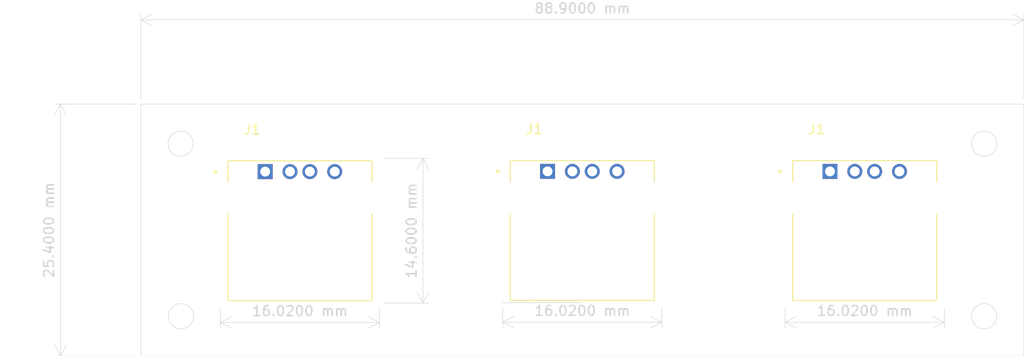
<source format=kicad_pcb>
(kicad_pcb (version 20240108) (generator "pcbnew") (generator_version "8.0")
  (layers (0 "F.Cu" signal) (31 "B.Cu" signal) (34 "B.Paste" user) (35 "F.Paste" user) (36 "B.SilkS" user "B.Silkscreen") (37 "F.SilkS" user "F.Silkscreen") (38 "B.Mask" user) (39 "F.Mask" user) (44 "Edge.Cuts" user))
  (net 0 "")
  (footprint "USB-A1HSW6:OST_USB-A1HSW6" (layer "F.Cu") (at 131.544116 88.989377)
    (property "Reference" "J1" (at -4.835 -6.955 0) (layer "F.SilkS"))
    (property "Value" "USB-A1HSW6")
    (fp_line (start -7.25 -3.8) (end -7.25 -1.65) (stroke (width 0.127)) (layer "F.SilkS"))
    (fp_line (start -7.25 -3.8) (end 7.25 -3.8) (stroke (width 0.127)) (layer "F.SilkS"))
    (fp_line (start -7.25 1.55) (end -7.25 10.3) (stroke (width 0.127)) (layer "F.SilkS"))
    (fp_line (start -7.25 10.3) (end 7.25 10.3) (stroke (width 0.127)) (layer "F.SilkS"))
    (fp_line (start 7.25 -3.8) (end 7.25 -1.65) (stroke (width 0.127)) (layer "F.SilkS"))
    (fp_line (start 7.25 10.3) (end 7.25 1.55) (stroke (width 0.127)) (layer "F.SilkS"))
    (fp_circle (center -8.51 -2.71) (end -8.41 -2.71) (stroke (width 0.2)) (fill none) (layer "F.SilkS"))
    (pad "" np_thru_hole circle (at -6.57 0) (size 2.38 2.38) (drill 2.38) (layers "*.Cu" "*.Mask"))
    (pad "" np_thru_hole circle (at 6.57 0) (size 2.38 2.38) (drill 2.38) (layers "*.Cu" "*.Mask"))
    (pad "1" thru_hole rect (at -3.5 -2.71) (size 1.508 1.508) (drill 1) (layers "*.Cu" "*.Mask"))
    (pad "2" thru_hole circle (at -1 -2.71) (size 1.508 1.508) (drill 1) (layers "*.Cu" "*.Mask"))
    (pad "3" thru_hole circle (at 1 -2.71) (size 1.508 1.508) (drill 1) (layers "*.Cu" "*.Mask"))
    (pad "4" thru_hole circle (at 3.5 -2.71) (size 1.508 1.508) (drill 1) (layers "*.Cu" "*.Mask"))
  )
  (footprint "USB-A1HSW6:OST_USB-A1HSW6" (layer "F.Cu") (at 159.97876 88.995286)
    (property "Reference" "J1" (at -4.835 -6.955 0) (layer "F.SilkS"))
    (property "Value" "USB-A1HSW6")
    (fp_line (start -7.25 -3.8) (end -7.25 -1.65) (stroke (width 0.127)) (layer "F.SilkS"))
    (fp_line (start -7.25 -3.8) (end 7.25 -3.8) (stroke (width 0.127)) (layer "F.SilkS"))
    (fp_line (start -7.25 1.55) (end -7.25 10.3) (stroke (width 0.127)) (layer "F.SilkS"))
    (fp_line (start -7.25 10.3) (end 7.25 10.3) (stroke (width 0.127)) (layer "F.SilkS"))
    (fp_line (start 7.25 -3.8) (end 7.25 -1.65) (stroke (width 0.127)) (layer "F.SilkS"))
    (fp_line (start 7.25 10.3) (end 7.25 1.55) (stroke (width 0.127)) (layer "F.SilkS"))
    (fp_circle (center -8.51 -2.71) (end -8.41 -2.71) (stroke (width 0.2)) (fill none) (layer "F.SilkS"))
    (pad "" np_thru_hole circle (at -6.57 0) (size 2.38 2.38) (drill 2.38) (layers "*.Cu" "*.Mask"))
    (pad "" np_thru_hole circle (at 6.57 0) (size 2.38 2.38) (drill 2.38) (layers "*.Cu" "*.Mask"))
    (pad "1" thru_hole rect (at -3.5 -2.71) (size 1.508 1.508) (drill 1) (layers "*.Cu" "*.Mask"))
    (pad "2" thru_hole circle (at -1 -2.71) (size 1.508 1.508) (drill 1) (layers "*.Cu" "*.Mask"))
    (pad "3" thru_hole circle (at 1 -2.71) (size 1.508 1.508) (drill 1) (layers "*.Cu" "*.Mask"))
    (pad "4" thru_hole circle (at 3.5 -2.71) (size 1.508 1.508) (drill 1) (layers "*.Cu" "*.Mask"))
  )
  (footprint "USB-A1HSW6:OST_USB-A1HSW6" (layer "F.Cu") (at 103.114587 89.013985)
    (property "Reference" "J1" (at -4.835 -6.955 0) (layer "F.SilkS"))
    (property "Value" "USB-A1HSW6")
    (fp_line (start -7.25 -3.8) (end -7.25 -1.65) (stroke (width 0.127)) (layer "F.SilkS"))
    (fp_line (start -7.25 -3.8) (end 7.25 -3.8) (stroke (width 0.127)) (layer "F.SilkS"))
    (fp_line (start -7.25 1.55) (end -7.25 10.3) (stroke (width 0.127)) (layer "F.SilkS"))
    (fp_line (start -7.25 10.3) (end 7.25 10.3) (stroke (width 0.127)) (layer "F.SilkS"))
    (fp_line (start 7.25 -3.8) (end 7.25 -1.65) (stroke (width 0.127)) (layer "F.SilkS"))
    (fp_line (start 7.25 10.3) (end 7.25 1.55) (stroke (width 0.127)) (layer "F.SilkS"))
    (fp_circle (center -8.51 -2.71) (end -8.41 -2.71) (stroke (width 0.2)) (fill none) (layer "F.SilkS"))
    (pad "" np_thru_hole circle (at -6.57 0) (size 2.38 2.38) (drill 2.38) (layers "*.Cu" "*.Mask"))
    (pad "" np_thru_hole circle (at 6.57 0) (size 2.38 2.38) (drill 2.38) (layers "*.Cu" "*.Mask"))
    (pad "1" thru_hole rect (at -3.5 -2.71) (size 1.508 1.508) (drill 1) (layers "*.Cu" "*.Mask"))
    (pad "2" thru_hole circle (at -1 -2.71) (size 1.508 1.508) (drill 1) (layers "*.Cu" "*.Mask"))
    (pad "3" thru_hole circle (at 1 -2.71) (size 1.508 1.508) (drill 1) (layers "*.Cu" "*.Mask"))
    (pad "4" thru_hole circle (at 3.5 -2.71) (size 1.508 1.508) (drill 1) (layers "*.Cu" "*.Mask"))
  )
  (gr_line (start 123.534116 99.539377) (end 131.544099 99.52302) (stroke (width 0.05)) (layer "Edge.Cuts"))
  (gr_circle (center 171.995677 100.889574) (end 170.725677 100.889574) (stroke (width 0.05)) (fill none) (layer "Edge.Cuts"))
  (gr_circle (center 91.1 83.5) (end 92.37 83.5) (stroke (width 0.05)) (fill none) (layer "Edge.Cuts"))
  (gr_circle (center 91.136236 100.880314) (end 91.136236 99.610314) (stroke (width 0.05)) (fill none) (layer "Edge.Cuts"))
  (gr_rect (start 87.1 79.5) (end 176 104.9) (stroke (width 0.05)) (fill none) (layer "Edge.Cuts"))
  (gr_circle (center 172 83.5) (end 173.27 83.5) (stroke (width 0.05)) (fill none) (layer "Edge.Cuts"))
  (dimension (type aligned) (layer "Edge.Cuts") (pts (xy 151.96876 99.545286) (xy 167.98876 99.545286)) (height 1.95) (gr_text "16.0200 mm" (at 159.97876 100.345286 0) (layer "Edge.Cuts") (effects (font (size 1 1) (thickness 0.15)))) (format (prefix "") (suffix "") (units 3) (units_format 1) (precision 4)) (style (thickness 0.05) (arrow_length 1.27) (text_position_mode 0) (extension_height 0.58642) (extension_offset 0.5) keep_text_aligned))
  (dimension (type aligned) (layer "Edge.Cuts") (pts (xy 176 79.5) (xy 87.1 79.5)) (height 8.499999) (gr_text "88.9000 mm" (at 131.55 69.850001 0) (layer "Edge.Cuts") (effects (font (size 1 1) (thickness 0.15)))) (format (prefix "") (suffix "") (units 3) (units_format 1) (precision 4)) (style (thickness 0.05) (arrow_length 1.27) (text_position_mode 0) (extension_height 0.58642) (extension_offset 0.5) keep_text_aligned))
  (dimension (type aligned) (layer "Edge.Cuts") (pts (xy 95.104587 99.563985) (xy 111.124587 99.563985)) (height 1.95) (gr_text "16.0200 mm" (at 103.114587 100.363985 0) (layer "Edge.Cuts") (effects (font (size 1 1) (thickness 0.15)))) (format (prefix "") (suffix "") (units 3) (units_format 1) (precision 4)) (style (thickness 0.05) (arrow_length 1.27) (text_position_mode 0) (extension_height 0.58642) (extension_offset 0.5) keep_text_aligned))
  (dimension (type aligned) (layer "Edge.Cuts") (pts (xy 87.1 79.5) (xy 87.1 104.9)) (height 8.1) (gr_text "25.4000 mm" (at 77.85 92.2 90) (layer "Edge.Cuts") (effects (font (size 1 1) (thickness 0.15)))) (format (prefix "") (suffix "") (units 3) (units_format 1) (precision 4)) (style (thickness 0.05) (arrow_length 1.27) (text_position_mode 0) (extension_height 0.58642) (extension_offset 0.5) keep_text_aligned))
  (dimension (type aligned) (layer "Edge.Cuts") (pts (xy 111.124587 84.963985) (xy 111.124587 99.563985)) (height -4.375413) (gr_text "14.6000 mm" (at 114.35 92.263985 90) (layer "Edge.Cuts") (effects (font (size 1 1) (thickness 0.15)))) (format (prefix "") (suffix "") (units 3) (units_format 1) (precision 4)) (style (thickness 0.05) (arrow_length 1.27) (text_position_mode 0) (extension_height 0.58642) (extension_offset 0.5) keep_text_aligned))
  (dimension (type aligned) (layer "Edge.Cuts") (pts (xy 123.534116 99.539377) (xy 139.554116 99.539377)) (height 1.95) (gr_text "16.0200 mm" (at 131.544116 100.339377 0) (layer "Edge.Cuts") (effects (font (size 1 1) (thickness 0.15)))) (format (prefix "") (suffix "") (units 3) (units_format 1) (precision 4)) (style (thickness 0.05) (arrow_length 1.27) (text_position_mode 0) (extension_height 0.58642) (extension_offset 0.5) keep_text_aligned))
)
</source>
